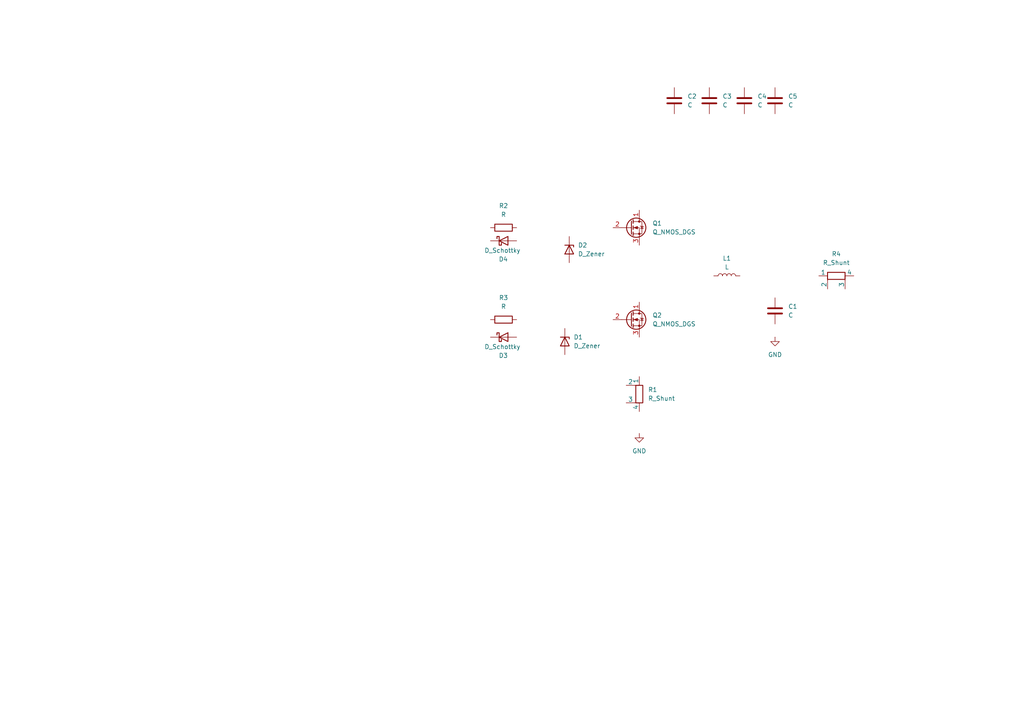
<source format=kicad_sch>
(kicad_sch (version 20231120) (generator "eeschema") (generator_version "8.0")
  (paper "A4")
  (lib_symbols
    (symbol "Device:C" (pin_numbers hide) (pin_names (offset 0.254))
      (property "Reference" "C" (at 0.635 2.54 0))
      (property "Value" "C" (at 0.635 -2.54 0))
      (symbol "C_0_1"
        (polyline (pts (xy -2.032 -0.762) (xy 2.032 -0.762)) (stroke (width 0.508)))
        (polyline (pts (xy -2.032 0.762) (xy 2.032 0.762)) (stroke (width 0.508)))
      )
      (symbol "C_1_1"
        (pin passive line (at 0 3.81 270) (length 2.794) (name "~") (number "1"))
        (pin passive line (at 0 -3.81 90) (length 2.794) (name "~") (number "2"))
      )
    )
    (symbol "Device:D_Schottky" (pin_numbers hide) (pin_names (offset 1.016) hide)
      (property "Reference" "D" (at 0 2.54 0))
      (property "Value" "D_Schottky" (at 0 -2.54 0))
      (symbol "D_Schottky_0_1"
        (polyline (pts (xy 1.27 0) (xy -1.27 0)))
        (polyline (pts (xy 1.27 1.27) (xy 1.27 -1.27) (xy -1.27 0) (xy 1.27 1.27)) (stroke (width 0.254)))
        (polyline (pts (xy -1.905 0.635) (xy -1.905 1.27) (xy -1.27 1.27) (xy -1.27 -1.27) (xy -0.635 -1.27) (xy -0.635 -0.635)) (stroke (width 0.254)))
      )
      (symbol "D_Schottky_1_1"
        (pin passive line (at -3.81 0 0) (length 2.54) (name "K") (number "1"))
        (pin passive line (at 3.81 0 180) (length 2.54) (name "A") (number "2"))
      )
    )
    (symbol "Device:D_Zener" (pin_numbers hide) (pin_names (offset 1.016) hide)
      (property "Reference" "D" (at 0 2.54 0))
      (property "Value" "D_Zener" (at 0 -2.54 0))
      (symbol "D_Zener_0_1"
        (polyline (pts (xy 1.27 0) (xy -1.27 0)))
        (polyline (pts (xy -1.27 -1.27) (xy -1.27 1.27) (xy -0.762 1.27)) (stroke (width 0.254)))
        (polyline (pts (xy 1.27 -1.27) (xy 1.27 1.27) (xy -1.27 0) (xy 1.27 -1.27)) (stroke (width 0.254)))
      )
      (symbol "D_Zener_1_1"
        (pin passive line (at -3.81 0 0) (length 2.54) (name "K") (number "1"))
        (pin passive line (at 3.81 0 180) (length 2.54) (name "A") (number "2"))
      )
    )
    (symbol "Device:L" (pin_numbers hide) (pin_names (offset 1.016) hide)
      (property "Reference" "L" (at -1.27 0 90))
      (property "Value" "L" (at 1.905 0 90))
      (symbol "L_0_1"
        (arc (start 0 -2.54) (mid 0.6323 -1.905) (end 0 -1.27))
        (arc (start 0 -1.27) (mid 0.6323 -0.635) (end 0 0))
        (arc (start 0 0) (mid 0.6323 0.635) (end 0 1.27))
        (arc (start 0 1.27) (mid 0.6323 1.905) (end 0 2.54))
      )
      (symbol "L_1_1"
        (pin passive line (at 0 3.81 270) (length 1.27) (name "1") (number "1"))
        (pin passive line (at 0 -3.81 90) (length 1.27) (name "2") (number "2"))
      )
    )
    (symbol "Device:Q_NMOS_DGS" (pin_names (offset 0) hide)
      (property "Reference" "Q" (at 5.08 1.27 0))
      (property "Value" "Q_NMOS_DGS" (at 5.08 -1.27 0))
      (symbol "Q_NMOS_DGS_0_1"
        (polyline (pts (xy 0.254 0) (xy -2.54 0)))
        (polyline (pts (xy 0.254 1.905) (xy 0.254 -1.905)) (stroke (width 0.254)))
        (polyline (pts (xy 0.762 -1.27) (xy 0.762 -2.286)) (stroke (width 0.254)))
        (polyline (pts (xy 0.762 0.508) (xy 0.762 -0.508)) (stroke (width 0.254)))
        (polyline (pts (xy 0.762 2.286) (xy 0.762 1.27)) (stroke (width 0.254)))
        (polyline (pts (xy 2.54 2.54) (xy 2.54 1.778)))
        (polyline (pts (xy 2.54 -2.54) (xy 2.54 0) (xy 0.762 0)))
        (polyline (pts (xy 0.762 -1.778) (xy 3.302 -1.778) (xy 3.302 1.778) (xy 0.762 1.778)))
        (polyline (pts (xy 1.016 0) (xy 2.032 0.381) (xy 2.032 -0.381) (xy 1.016 0)) (fill (type outline)))
        (polyline (pts (xy 2.794 0.508) (xy 2.921 0.381) (xy 3.683 0.381) (xy 3.81 0.254)))
        (polyline (pts (xy 3.302 0.381) (xy 2.921 -0.254) (xy 3.683 -0.254) (xy 3.302 0.381)))
        (circle (center 1.651 0) (radius 2.794) (stroke (width 0.254)))
        (circle (center 2.54 -1.778) (radius 0.254) (fill (type outline)))
        (circle (center 2.54 1.778) (radius 0.254) (fill (type outline)))
      )
      (symbol "Q_NMOS_DGS_1_1"
        (pin passive line (at 2.54 5.08 270) (length 2.54) (name "D") (number "1"))
        (pin input line (at -5.08 0 0) (length 2.54) (name "G") (number "2"))
        (pin passive line (at 2.54 -5.08 90) (length 2.54) (name "S") (number "3"))
      )
    )
    (symbol "Device:R" (pin_numbers hide) (pin_names (offset 0))
      (property "Reference" "R" (at 2.032 0 90))
      (property "Value" "R" (at 0 0 90))
      (symbol "R_0_1"
        (rectangle (start -1.016 -2.54) (end 1.016 2.54) (stroke (width 0.254)))
      )
      (symbol "R_1_1"
        (pin passive line (at 0 3.81 270) (length 1.27) (name "~") (number "1"))
        (pin passive line (at 0 -3.81 90) (length 1.27) (name "~") (number "2"))
      )
    )
    (symbol "Device:R_Shunt" (pin_numbers hide) (pin_names (offset 0))
      (property "Reference" "R" (at -4.445 0 90))
      (property "Value" "R_Shunt" (at -2.54 0 90))
      (symbol "R_Shunt_0_1"
        (rectangle (start -1.016 -2.54) (end 1.016 2.54) (stroke (width 0.254)))
        (polyline (pts (xy 0 -2.54) (xy 1.27 -2.54)))
        (polyline (pts (xy 1.27 2.54) (xy 0 2.54)))
      )
      (symbol "R_Shunt_1_1"
        (pin passive line (at 0 5.08 270) (length 2.54) (name "1") (number "1"))
        (pin passive line (at 3.81 2.54 180) (length 2.54) (name "2") (number "2"))
        (pin passive line (at 3.81 -2.54 180) (length 2.54) (name "3") (number "3"))
        (pin passive line (at 0 -5.08 90) (length 2.54) (name "4") (number "4"))
      )
    )
    (symbol "power:GND" (power) (pin_numbers hide) (pin_names (offset 0) hide)
      (property "Value" "GND" (at 0 -3.81 0))
      (symbol "GND_0_1"
        (polyline (pts (xy 0 0) (xy 0 -1.27) (xy 1.27 -1.27) (xy 0 -2.54) (xy -1.27 -1.27) (xy 0 -1.27)))
      )
      (symbol "GND_1_1"
        (pin power_in line (at 0 0 270) (length 0) (name "~") (number "1"))
      )
    )
  )
  (symbol (lib_id "Device:C") (at 195.58 29.21 0) (unit 1)
    (property "Reference" "C2" (at 199.39 27.9399 0) (effects (justify left)))
    (property "Value" "C" (at 199.39 30.4799 0) (effects (justify left)))
    (property "Description" "Unpolarized capacitor" (effects (hide yes)))
  )
  (symbol (lib_id "Device:R_Shunt") (at 185.42 114.3 0) (mirror y) (unit 1)
    (property "Reference" "R1" (at 187.96 113.0299 0) (effects (justify right)))
    (property "Value" "R_Shunt" (at 187.96 115.5699 0) (effects (justify right)))
    (property "Description" "Shunt resistor" (effects (hide yes)))
  )
  (symbol (lib_id "Device:D_Zener") (at 163.83 99.06 270) (unit 1)
    (property "Reference" "D1" (at 166.37 97.7899 90) (effects (justify left)))
    (property "Value" "D_Zener" (at 166.37 100.3299 90) (effects (justify left)))
    (property "Description" "Zener diode" (effects (hide yes)))
  )
  (symbol (lib_id "Device:Q_NMOS_DGS") (at 182.88 66.04 0) (unit 1)
    (property "Reference" "Q1" (at 189.23 64.7699 0) (effects (justify left)))
    (property "Value" "Q_NMOS_DGS" (at 189.23 67.3099 0) (effects (justify left)))
    (property "Description" "N-MOSFET transistor, drain/gate/source" (effects (hide yes)))
  )
  (symbol (lib_id "Device:R") (at 146.05 92.71 90) (unit 1)
    (property "Reference" "R3" (at 146.05 86.36 90))
    (property "Value" "R" (at 146.05 88.9 90))
    (property "Description" "Resistor" (effects (hide yes)))
  )
  (symbol (lib_id "Device:L") (at 210.82 80.01 90) (unit 1)
    (property "Reference" "L1" (at 210.82 74.93 90))
    (property "Value" "L" (at 210.82 77.47 90))
    (property "Description" "Inductor" (effects (hide yes)))
  )
  (symbol (lib_id "Device:D_Schottky") (at 146.05 69.85 0) (unit 1)
    (property "Reference" "D4" (at 145.9865 75.184 0))
    (property "Value" "D_Schottky" (at 145.7325 72.644 0))
    (property "Description" "Schottky diode" (effects (hide yes)))
  )
  (symbol (lib_id "Device:C") (at 224.79 90.17 0) (unit 1)
    (property "Reference" "C1" (at 228.6 88.8999 0) (effects (justify left)))
    (property "Value" "C" (at 228.6 91.4399 0) (effects (justify left)))
    (property "Description" "Unpolarized capacitor" (effects (hide yes)))
  )
  (symbol (lib_id "Device:C") (at 224.79 29.21 0) (unit 1)
    (property "Reference" "C5" (at 228.6 27.9399 0) (effects (justify left)))
    (property "Value" "C" (at 228.6 30.4799 0) (effects (justify left)))
    (property "Description" "Unpolarized capacitor" (effects (hide yes)))
  )
  (symbol (lib_id "power:GND") (at 185.42 125.73 0) (unit 1)
    (property "Reference" "#PWR01" (effects (hide yes)))
    (property "Value" "GND" (at 185.42 130.81 0))
    (property "Description" "Power symbol creates a global label with name \"GND\" , ground" (effects (hide yes)))
  )
  (symbol (lib_id "Device:C") (at 215.9 29.21 0) (unit 1)
    (property "Reference" "C4" (at 219.71 27.9399 0) (effects (justify left)))
    (property "Value" "C" (at 219.71 30.4799 0) (effects (justify left)))
    (property "Description" "Unpolarized capacitor" (effects (hide yes)))
  )
  (symbol (lib_id "Device:D_Schottky") (at 146.05 97.79 0) (unit 1)
    (property "Reference" "D3" (at 145.9865 103.124 0))
    (property "Value" "D_Schottky" (at 145.7325 100.584 0))
    (property "Description" "Schottky diode" (effects (hide yes)))
  )
  (symbol (lib_id "Device:R") (at 146.05 66.04 90) (unit 1)
    (property "Reference" "R2" (at 146.05 59.69 90))
    (property "Value" "R" (at 146.05 62.23 90))
    (property "Description" "Resistor" (effects (hide yes)))
  )
  (symbol (lib_id "power:GND") (at 224.79 97.79 0) (unit 1)
    (property "Reference" "#PWR02" (effects (hide yes)))
    (property "Value" "GND" (at 224.79 102.87 0))
    (property "Description" "Power symbol creates a global label with name \"GND\" , ground" (effects (hide yes)))
  )
  (symbol (lib_id "Device:C") (at 205.74 29.21 0) (unit 1)
    (property "Reference" "C3" (at 209.55 27.9399 0) (effects (justify left)))
    (property "Value" "C" (at 209.55 30.4799 0) (effects (justify left)))
    (property "Description" "Unpolarized capacitor" (effects (hide yes)))
  )
  (symbol (lib_id "Device:D_Zener") (at 165.1 72.39 270) (unit 1)
    (property "Reference" "D2" (at 167.64 71.1199 90) (effects (justify left)))
    (property "Value" "D_Zener" (at 167.64 73.6599 90) (effects (justify left)))
    (property "Description" "Zener diode" (effects (hide yes)))
  )
  (symbol (lib_id "Device:Q_NMOS_DGS") (at 182.88 92.71 0) (unit 1)
    (property "Reference" "Q2" (at 189.23 91.4399 0) (effects (justify left)))
    (property "Value" "Q_NMOS_DGS" (at 189.23 93.9799 0) (effects (justify left)))
    (property "Description" "N-MOSFET transistor, drain/gate/source" (effects (hide yes)))
  )
  (symbol (lib_id "Device:R_Shunt") (at 242.57 80.01 90) (mirror x) (unit 1)
    (property "Reference" "R4" (at 242.57 73.66 90))
    (property "Value" "R_Shunt" (at 242.57 76.2 90))
    (property "Description" "Shunt resistor" (effects (hide yes)))
  )
)
</source>
